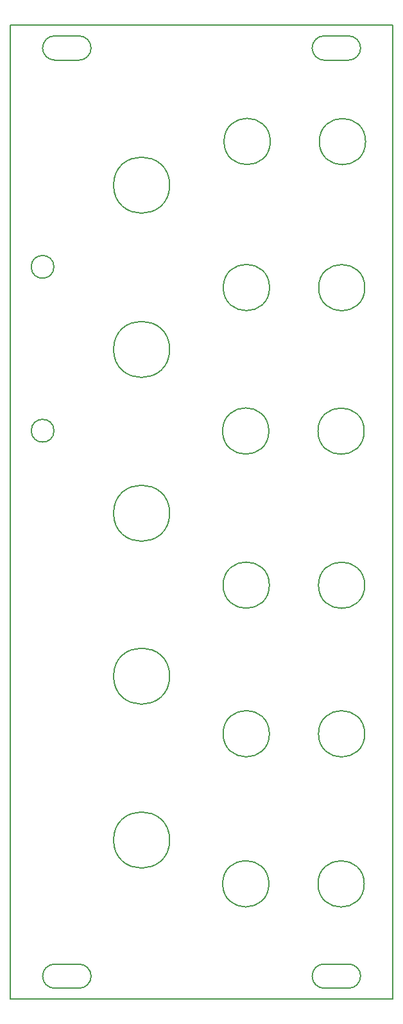
<source format=gbr>
%TF.GenerationSoftware,KiCad,Pcbnew,8.0.6*%
%TF.CreationDate,2025-03-18T14:30:08-04:00*%
%TF.ProjectId,dan2,64616e32-2e6b-4696-9361-645f70636258,rev?*%
%TF.SameCoordinates,Original*%
%TF.FileFunction,Profile,NP*%
%FSLAX46Y46*%
G04 Gerber Fmt 4.6, Leading zero omitted, Abs format (unit mm)*
G04 Created by KiCad (PCBNEW 8.0.6) date 2025-03-18 14:30:08*
%MOMM*%
%LPD*%
G01*
G04 APERTURE LIST*
%TA.AperFunction,Profile*%
%ADD10C,0.200000*%
%TD*%
G04 APERTURE END LIST*
D10*
X130195000Y-58865000D02*
G75*
G02*
X127195000Y-58865000I-1500000J0D01*
G01*
X127195000Y-58865000D02*
G75*
G02*
X130195000Y-58865000I1500000J0D01*
G01*
X130207000Y-80474000D02*
G75*
G02*
X127207000Y-80474000I-1500000J0D01*
G01*
X127207000Y-80474000D02*
G75*
G02*
X130207000Y-80474000I1500000J0D01*
G01*
X145467000Y-134455000D02*
G75*
G02*
X138067000Y-134455000I-3700000J0D01*
G01*
X138067000Y-134455000D02*
G75*
G02*
X145467000Y-134455000I3700000J0D01*
G01*
X145467000Y-112842000D02*
G75*
G02*
X138067000Y-112842000I-3700000J0D01*
G01*
X138067000Y-112842000D02*
G75*
G02*
X145467000Y-112842000I3700000J0D01*
G01*
X145467000Y-91354000D02*
G75*
G02*
X138067000Y-91354000I-3700000J0D01*
G01*
X138067000Y-91354000D02*
G75*
G02*
X145467000Y-91354000I3700000J0D01*
G01*
X145467000Y-69752000D02*
G75*
G02*
X138067000Y-69752000I-3700000J0D01*
G01*
X138067000Y-69752000D02*
G75*
G02*
X145467000Y-69752000I3700000J0D01*
G01*
X145467000Y-48090000D02*
G75*
G02*
X138067000Y-48090000I-3700000J0D01*
G01*
X138067000Y-48090000D02*
G75*
G02*
X145467000Y-48090000I3700000J0D01*
G01*
X171137000Y-140237000D02*
G75*
G02*
X165037000Y-140237000I-3050000J0D01*
G01*
X165037000Y-140237000D02*
G75*
G02*
X171137000Y-140237000I3050000J0D01*
G01*
X171201000Y-120448000D02*
G75*
G02*
X165101000Y-120448000I-3050000J0D01*
G01*
X165101000Y-120448000D02*
G75*
G02*
X171201000Y-120448000I3050000J0D01*
G01*
X171201000Y-100852000D02*
G75*
G02*
X165101000Y-100852000I-3050000J0D01*
G01*
X165101000Y-100852000D02*
G75*
G02*
X171201000Y-100852000I3050000J0D01*
G01*
X171131000Y-80529000D02*
G75*
G02*
X165031000Y-80529000I-3050000J0D01*
G01*
X165031000Y-80529000D02*
G75*
G02*
X171131000Y-80529000I3050000J0D01*
G01*
X171220000Y-61605000D02*
G75*
G02*
X165120000Y-61605000I-3050000J0D01*
G01*
X165120000Y-61605000D02*
G75*
G02*
X171220000Y-61605000I3050000J0D01*
G01*
X171316000Y-42345000D02*
G75*
G02*
X165216000Y-42345000I-3050000J0D01*
G01*
X165216000Y-42345000D02*
G75*
G02*
X171316000Y-42345000I3050000J0D01*
G01*
X158559000Y-140223000D02*
G75*
G02*
X152459000Y-140223000I-3050000J0D01*
G01*
X152459000Y-140223000D02*
G75*
G02*
X158559000Y-140223000I3050000J0D01*
G01*
X158623000Y-120434000D02*
G75*
G02*
X152523000Y-120434000I-3050000J0D01*
G01*
X152523000Y-120434000D02*
G75*
G02*
X158623000Y-120434000I3050000J0D01*
G01*
X158623000Y-100838000D02*
G75*
G02*
X152523000Y-100838000I-3050000J0D01*
G01*
X152523000Y-100838000D02*
G75*
G02*
X158623000Y-100838000I3050000J0D01*
G01*
X158553000Y-80515000D02*
G75*
G02*
X152453000Y-80515000I-3050000J0D01*
G01*
X152453000Y-80515000D02*
G75*
G02*
X158553000Y-80515000I3050000J0D01*
G01*
X158642000Y-61591000D02*
G75*
G02*
X152542000Y-61591000I-3050000J0D01*
G01*
X152542000Y-61591000D02*
G75*
G02*
X158642000Y-61591000I3050000J0D01*
G01*
X158738000Y-42331000D02*
G75*
G02*
X152638000Y-42331000I-3050000J0D01*
G01*
X152638000Y-42331000D02*
G75*
G02*
X158738000Y-42331000I3050000J0D01*
G01*
X128700000Y-152408000D02*
G75*
G02*
X130300000Y-150808000I1600000J0D01*
G01*
X130300000Y-150808000D02*
X133500000Y-150808000D01*
X133500000Y-150808000D02*
G75*
G02*
X135100000Y-152408000I0J-1600000D01*
G01*
X135100000Y-152408000D02*
G75*
G02*
X133500000Y-154008000I-1600000J0D01*
G01*
X133500000Y-154008000D02*
X130300000Y-154008000D01*
X130300000Y-154008000D02*
G75*
G02*
X128700000Y-152408000I0J1600000D01*
G01*
X164259000Y-152400000D02*
G75*
G02*
X165859000Y-150800000I1600000J0D01*
G01*
X165859000Y-150800000D02*
X169059000Y-150800000D01*
X169059000Y-150800000D02*
G75*
G02*
X170659000Y-152400000I0J-1600000D01*
G01*
X170659000Y-152400000D02*
G75*
G02*
X169059000Y-154000000I-1600000J0D01*
G01*
X169059000Y-154000000D02*
X165859000Y-154000000D01*
X165859000Y-154000000D02*
G75*
G02*
X164259000Y-152400000I0J1600000D01*
G01*
X164261000Y-30003000D02*
G75*
G02*
X165861000Y-28403000I1600000J0D01*
G01*
X165861000Y-28403000D02*
X169061000Y-28403000D01*
X169061000Y-28403000D02*
G75*
G02*
X170661000Y-30003000I0J-1600000D01*
G01*
X170661000Y-30003000D02*
G75*
G02*
X169061000Y-31603000I-1600000J0D01*
G01*
X169061000Y-31603000D02*
X165861000Y-31603000D01*
X165861000Y-31603000D02*
G75*
G02*
X164261000Y-30003000I0J1600000D01*
G01*
X128700000Y-30001000D02*
G75*
G02*
X130300000Y-28401000I1600000J0D01*
G01*
X130300000Y-28401000D02*
X133500000Y-28401000D01*
X133500000Y-28401000D02*
G75*
G02*
X135100000Y-30001000I0J-1600000D01*
G01*
X135100000Y-30001000D02*
G75*
G02*
X133500000Y-31601000I-1600000J0D01*
G01*
X133500000Y-31601000D02*
X130300000Y-31601000D01*
X130300000Y-31601000D02*
G75*
G02*
X128700000Y-30001000I0J1600000D01*
G01*
X124450000Y-27000000D02*
X174910000Y-27000000D01*
X124450000Y-155400000D02*
X124450000Y-27000000D01*
X174910000Y-155400000D02*
X124450000Y-155400000D01*
X174910000Y-27000000D02*
X174910000Y-155400000D01*
M02*

</source>
